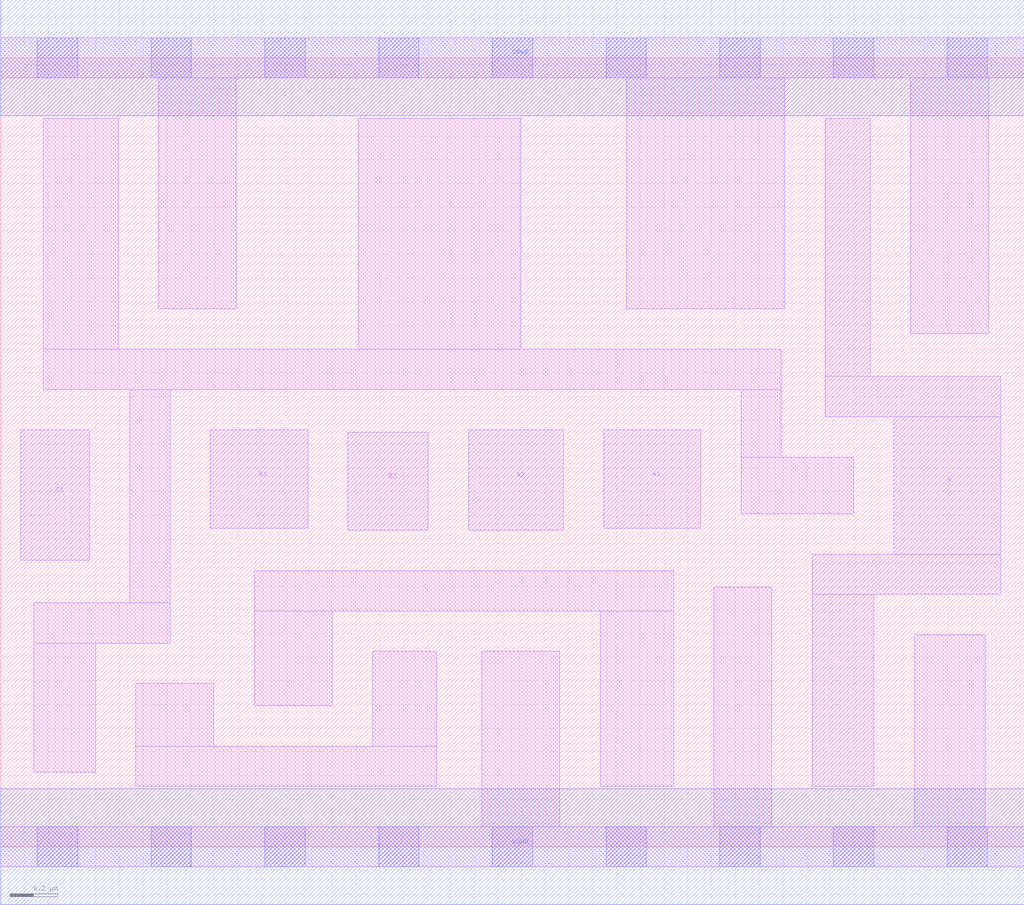
<source format=lef>
# Copyright 2020 The SkyWater PDK Authors
#
# Licensed under the Apache License, Version 2.0 (the "License");
# you may not use this file except in compliance with the License.
# You may obtain a copy of the License at
#
#     https://www.apache.org/licenses/LICENSE-2.0
#
# Unless required by applicable law or agreed to in writing, software
# distributed under the License is distributed on an "AS IS" BASIS,
# WITHOUT WARRANTIES OR CONDITIONS OF ANY KIND, either express or implied.
# See the License for the specific language governing permissions and
# limitations under the License.
#
# SPDX-License-Identifier: Apache-2.0

VERSION 5.7 ;
  NAMESCASESENSITIVE ON ;
  NOWIREEXTENSIONATPIN ON ;
  DIVIDERCHAR "/" ;
  BUSBITCHARS "[]" ;
UNITS
  DATABASE MICRONS 200 ;
END UNITS
MACRO sky130_fd_sc_lp__o221a_2
  CLASS CORE ;
  FOREIGN sky130_fd_sc_lp__o221a_2 ;
  ORIGIN  0.000000  0.000000 ;
  SIZE  4.320000 BY  3.330000 ;
  SYMMETRY X Y R90 ;
  SITE unit ;
  PIN A1
    ANTENNAGATEAREA  0.315000 ;
    DIRECTION INPUT ;
    USE SIGNAL ;
    PORT
      LAYER li1 ;
        RECT 2.545000 1.345000 2.955000 1.760000 ;
    END
  END A1
  PIN A2
    ANTENNAGATEAREA  0.315000 ;
    DIRECTION INPUT ;
    USE SIGNAL ;
    PORT
      LAYER li1 ;
        RECT 1.975000 1.335000 2.375000 1.760000 ;
    END
  END A2
  PIN B1
    ANTENNAGATEAREA  0.315000 ;
    DIRECTION INPUT ;
    USE SIGNAL ;
    PORT
      LAYER li1 ;
        RECT 0.885000 1.345000 1.295000 1.760000 ;
    END
  END B1
  PIN B2
    ANTENNAGATEAREA  0.315000 ;
    DIRECTION INPUT ;
    USE SIGNAL ;
    PORT
      LAYER li1 ;
        RECT 1.465000 1.335000 1.805000 1.750000 ;
    END
  END B2
  PIN C1
    ANTENNAGATEAREA  0.315000 ;
    DIRECTION INPUT ;
    USE SIGNAL ;
    PORT
      LAYER li1 ;
        RECT 0.085000 1.210000 0.375000 1.760000 ;
    END
  END C1
  PIN X
    ANTENNADIFFAREA  0.588000 ;
    DIRECTION OUTPUT ;
    USE SIGNAL ;
    PORT
      LAYER li1 ;
        RECT 3.425000 0.255000 3.685000 1.065000 ;
        RECT 3.425000 1.065000 4.220000 1.235000 ;
        RECT 3.480000 1.815000 4.220000 1.985000 ;
        RECT 3.480000 1.985000 3.670000 3.075000 ;
        RECT 3.770000 1.235000 4.220000 1.815000 ;
    END
  END X
  PIN VGND
    DIRECTION INOUT ;
    USE GROUND ;
    PORT
      LAYER met1 ;
        RECT 0.000000 -0.245000 4.320000 0.245000 ;
    END
  END VGND
  PIN VPWR
    DIRECTION INOUT ;
    USE POWER ;
    PORT
      LAYER met1 ;
        RECT 0.000000 3.085000 4.320000 3.575000 ;
    END
  END VPWR
  OBS
    LAYER li1 ;
      RECT 0.000000 -0.085000 4.320000 0.085000 ;
      RECT 0.000000  3.245000 4.320000 3.415000 ;
      RECT 0.140000  0.315000 0.400000 0.860000 ;
      RECT 0.140000  0.860000 0.715000 1.030000 ;
      RECT 0.180000  1.930000 3.295000 2.100000 ;
      RECT 0.180000  2.100000 0.495000 3.075000 ;
      RECT 0.545000  1.030000 0.715000 1.930000 ;
      RECT 0.570000  0.255000 1.840000 0.425000 ;
      RECT 0.570000  0.425000 0.900000 0.690000 ;
      RECT 0.665000  2.270000 0.995000 3.245000 ;
      RECT 1.070000  0.595000 1.400000 0.995000 ;
      RECT 1.070000  0.995000 2.840000 1.165000 ;
      RECT 1.510000  2.100000 2.195000 3.075000 ;
      RECT 1.570000  0.425000 1.840000 0.825000 ;
      RECT 2.030000  0.085000 2.360000 0.825000 ;
      RECT 2.530000  0.255000 2.840000 0.995000 ;
      RECT 2.640000  2.270000 3.310000 3.245000 ;
      RECT 3.010000  0.085000 3.255000 1.095000 ;
      RECT 3.125000  1.405000 3.600000 1.645000 ;
      RECT 3.125000  1.645000 3.295000 1.930000 ;
      RECT 3.840000  2.165000 4.170000 3.245000 ;
      RECT 3.855000  0.085000 4.155000 0.895000 ;
    LAYER mcon ;
      RECT 0.155000 -0.085000 0.325000 0.085000 ;
      RECT 0.155000  3.245000 0.325000 3.415000 ;
      RECT 0.635000 -0.085000 0.805000 0.085000 ;
      RECT 0.635000  3.245000 0.805000 3.415000 ;
      RECT 1.115000 -0.085000 1.285000 0.085000 ;
      RECT 1.115000  3.245000 1.285000 3.415000 ;
      RECT 1.595000 -0.085000 1.765000 0.085000 ;
      RECT 1.595000  3.245000 1.765000 3.415000 ;
      RECT 2.075000 -0.085000 2.245000 0.085000 ;
      RECT 2.075000  3.245000 2.245000 3.415000 ;
      RECT 2.555000 -0.085000 2.725000 0.085000 ;
      RECT 2.555000  3.245000 2.725000 3.415000 ;
      RECT 3.035000 -0.085000 3.205000 0.085000 ;
      RECT 3.035000  3.245000 3.205000 3.415000 ;
      RECT 3.515000 -0.085000 3.685000 0.085000 ;
      RECT 3.515000  3.245000 3.685000 3.415000 ;
      RECT 3.995000 -0.085000 4.165000 0.085000 ;
      RECT 3.995000  3.245000 4.165000 3.415000 ;
  END
END sky130_fd_sc_lp__o221a_2
END LIBRARY

</source>
